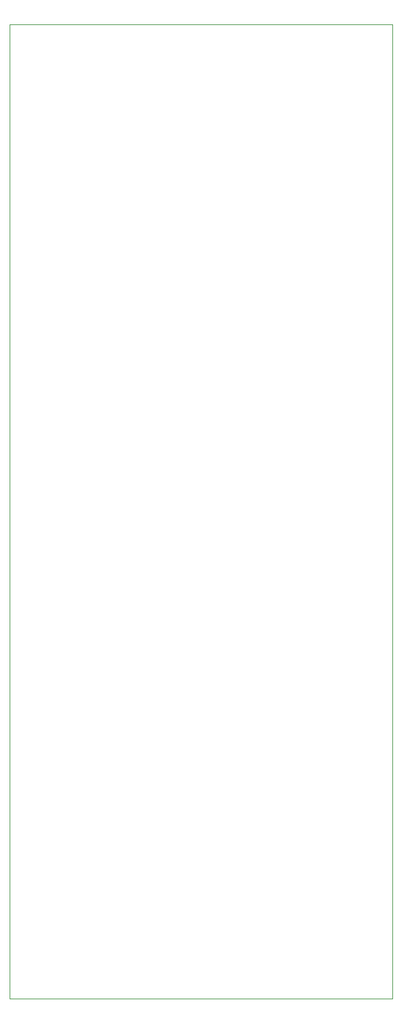
<source format=gbr>
G04 #@! TF.GenerationSoftware,KiCad,Pcbnew,5.1.10-88a1d61d58~88~ubuntu20.04.1*
G04 #@! TF.CreationDate,2021-04-30T11:29:13-07:00*
G04 #@! TF.ProjectId,foundationPanel,666f756e-6461-4746-996f-6e50616e656c,rev?*
G04 #@! TF.SameCoordinates,Original*
G04 #@! TF.FileFunction,Profile,NP*
%FSLAX46Y46*%
G04 Gerber Fmt 4.6, Leading zero omitted, Abs format (unit mm)*
G04 Created by KiCad (PCBNEW 5.1.10-88a1d61d58~88~ubuntu20.04.1) date 2021-04-30 11:29:13*
%MOMM*%
%LPD*%
G01*
G04 APERTURE LIST*
G04 #@! TA.AperFunction,Profile*
%ADD10C,0.050000*%
G04 #@! TD*
G04 APERTURE END LIST*
D10*
X-1250000Y119250000D02*
X-1250000Y-9250000D01*
X49250000Y119250000D02*
X-1250000Y119250000D01*
X49250000Y-9250000D02*
X49250000Y119250000D01*
X-1250000Y-9250000D02*
X49250000Y-9250000D01*
M02*

</source>
